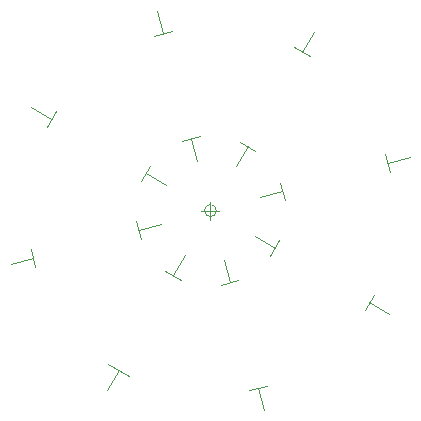
<source format=gbr>
%TF.GenerationSoftware,KiCad,Pcbnew,7.0.9*%
%TF.CreationDate,2025-02-20T14:34:02+01:00*%
%TF.ProjectId,firefly,66697265-666c-4792-9e6b-696361645f70,rev?*%
%TF.SameCoordinates,Original*%
%TF.FileFunction,Legend,Bot*%
%TF.FilePolarity,Positive*%
%FSLAX46Y46*%
G04 Gerber Fmt 4.6, Leading zero omitted, Abs format (unit mm)*
G04 Created by KiCad (PCBNEW 7.0.9) date 2025-02-20 14:34:02*
%MOMM*%
%LPD*%
G01*
G04 APERTURE LIST*
%ADD10C,0.100000*%
%ADD11C,0.120000*%
G04 APERTURE END LIST*
D10*
X129032000Y-91694000D02*
X129032000Y-93218000D01*
X129794000Y-92456000D02*
X128270000Y-92456000D01*
X129540001Y-92456000D02*
G75*
G03*
X129540001Y-92456000I-508000J0D01*
G01*
D11*
%TO.C,R2*%
X127908206Y-88261952D02*
X127400921Y-86368738D01*
X128136956Y-86171517D02*
X126664885Y-86565958D01*
X124273397Y-77640803D02*
X125745468Y-77246363D01*
X124502148Y-75550368D02*
X125009433Y-77443583D01*
%TO.C,R5*%
X126860999Y-96216280D02*
X125880999Y-97913690D01*
X125221088Y-97532690D02*
X126540910Y-98294690D01*
X122140881Y-106423765D02*
X120381117Y-105407765D01*
X120280999Y-107613175D02*
X121260999Y-105915765D01*
%TO.C,R4*%
X124837950Y-93579792D02*
X122944736Y-94087077D01*
X122747515Y-93351042D02*
X123141956Y-94823113D01*
X114216801Y-97214601D02*
X113822361Y-95742530D01*
X112126366Y-96985850D02*
X114019581Y-96478565D01*
%TO.C,R6*%
X130155790Y-96650048D02*
X130663075Y-98543262D01*
X129927040Y-98740483D02*
X131399111Y-98346042D01*
X133790599Y-107271197D02*
X132318528Y-107665637D01*
X133561848Y-109361632D02*
X133054563Y-107468417D01*
%TO.C,3*%
X125271718Y-90285001D02*
X123574308Y-89305001D01*
X123955308Y-88645090D02*
X123193308Y-89964912D01*
X115191233Y-85344912D02*
X115953233Y-84025090D01*
X113874823Y-83705001D02*
X115572233Y-84685001D01*
%TO.C,R7*%
X132792278Y-94626999D02*
X134489688Y-95606999D01*
X134108688Y-96266910D02*
X134870688Y-94947088D01*
X142872763Y-99567088D02*
X142110763Y-100886910D01*
X144189173Y-101206999D02*
X142491763Y-100226999D01*
%TO.C,R1*%
X131202997Y-88695720D02*
X132182997Y-86998310D01*
X132842908Y-87379310D02*
X131523086Y-86617310D01*
X136143086Y-78615235D02*
X137462908Y-79377235D01*
X137782997Y-77298825D02*
X136802997Y-78996235D01*
%TO.C,R8*%
X133226046Y-91332208D02*
X135119260Y-90824923D01*
X135316481Y-91560958D02*
X134922040Y-90088887D01*
X143847195Y-87697399D02*
X144241635Y-89169470D01*
X145937630Y-87926150D02*
X144044415Y-88433435D01*
%TD*%
M02*

</source>
